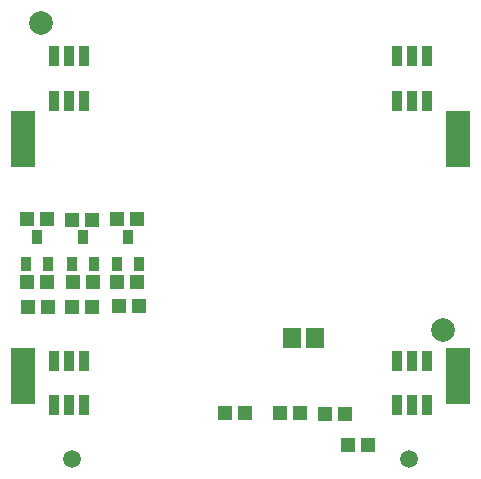
<source format=gbr>
G04 DipTrace 3.2.0.1*
G04 BottomMask.gbr*
%MOMM*%
G04 #@! TF.FileFunction,Soldermask,Bot*
G04 #@! TF.Part,Single*
%ADD40C,1.5*%
%ADD41C,2.0*%
%ADD43R,0.95X1.7*%
%ADD55R,2.0X4.7*%
%ADD61R,0.85X1.25*%
%ADD63R,1.5X1.7*%
%ADD65R,1.3X1.2*%
%FSLAX35Y35*%
G04*
G71*
G90*
G75*
G01*
G04 BotMask*
%LPD*%
D63*
X629000Y-1219000D3*
X439000D3*
D65*
X505000Y-1856000D3*
X335000D3*
X-130000D3*
X40000D3*
X1080000Y-2120000D3*
X910000D3*
D40*
X-1430000Y-2240000D3*
X1430000D3*
D61*
X-1627000Y-591000D3*
X-1817000D3*
X-1722000Y-361000D3*
X-1237000Y-593000D3*
X-1427000D3*
X-1332000Y-363000D3*
X-856000Y-594000D3*
X-1046000D3*
X-951000Y-364000D3*
D65*
X-873000Y-212000D3*
X-1043000D3*
X-1641000Y-214000D3*
X-1811000D3*
X-1254000Y-216000D3*
X-1424000D3*
X-1248000Y-745000D3*
X-1418000D3*
X-1636000D3*
X-1806000D3*
X-873000Y-746000D3*
X-1043000D3*
X-861000Y-946000D3*
X-1031000D3*
X-1255000Y-953000D3*
X-1425000D3*
X-1628000Y-957000D3*
X-1798000D3*
X881000Y-1860000D3*
X711000D3*
D55*
X-1840000Y-1540000D3*
X1840000D3*
X-1840000Y465000D3*
X1840000D3*
D41*
X-1690000Y1450000D3*
X1710000Y-1150000D3*
D43*
X1323000Y791500D3*
X1450000D3*
X1577000D3*
X1323000Y1168500D3*
X1450000D3*
X1577000D3*
X-1577000Y791500D3*
X-1450000D3*
X-1323000D3*
X-1577000Y1168500D3*
X-1450000D3*
X-1323000D3*
X1323000Y-1788500D3*
X1450000D3*
X1577000D3*
X1323000Y-1411500D3*
X1450000D3*
X1577000D3*
X-1577000Y-1788500D3*
X-1450000D3*
X-1323000D3*
X-1577000Y-1411500D3*
X-1450000D3*
X-1323000D3*
M02*

</source>
